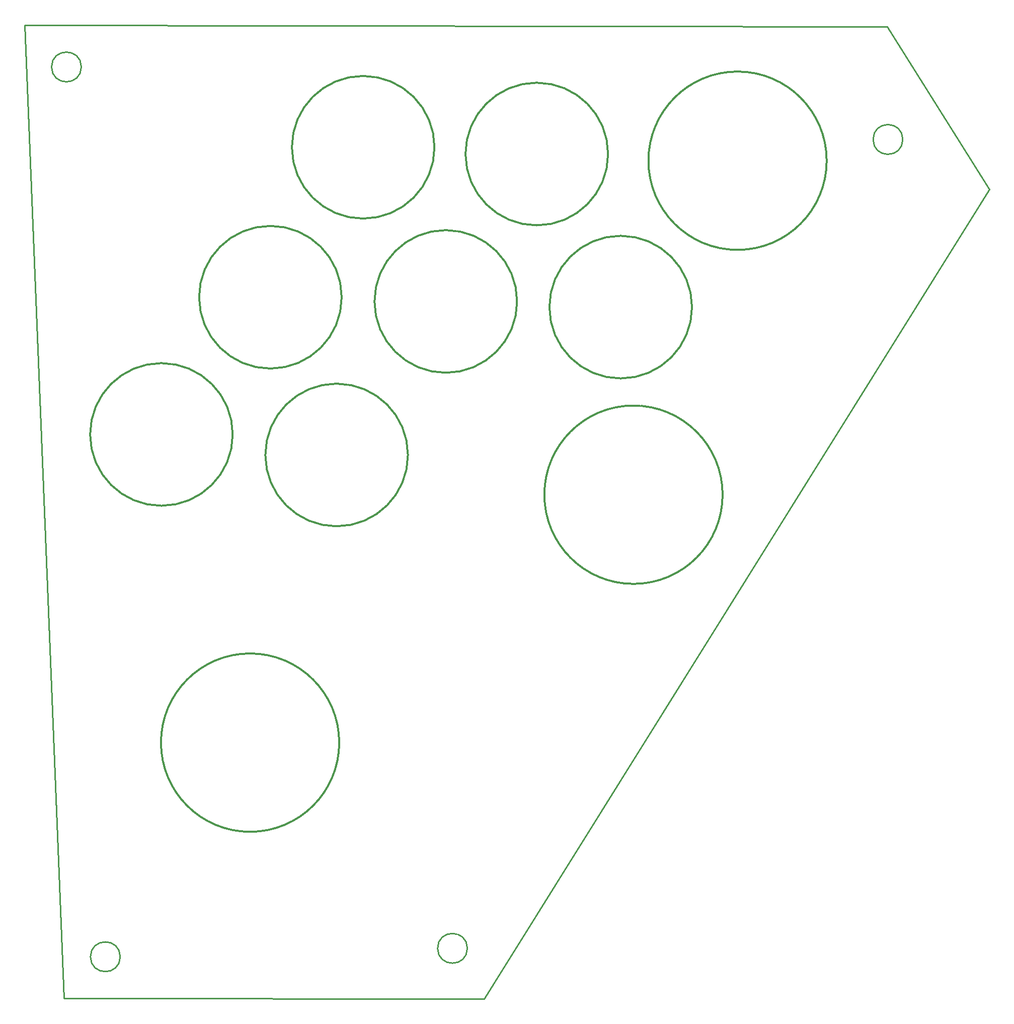
<source format=gm1>
%TF.GenerationSoftware,KiCad,Pcbnew,7.0.10*%
%TF.CreationDate,2024-03-24T11:58:18-04:00*%
%TF.ProjectId,right panel,72696768-7420-4706-916e-656c2e6b6963,rev?*%
%TF.SameCoordinates,Original*%
%TF.FileFunction,Profile,NP*%
%FSLAX46Y46*%
G04 Gerber Fmt 4.6, Leading zero omitted, Abs format (unit mm)*
G04 Created by KiCad (PCBNEW 7.0.10) date 2024-03-24 11:58:18*
%MOMM*%
%LPD*%
G01*
G04 APERTURE LIST*
%TA.AperFunction,Profile*%
%ADD10C,0.250000*%
%TD*%
%TA.AperFunction,Profile*%
%ADD11C,0.350000*%
%TD*%
G04 APERTURE END LIST*
D10*
X65229218Y-20487752D02*
X71754585Y-184130251D01*
D11*
X182615650Y-99438322D02*
G75*
G03*
X152629016Y-99438322I-14993317J0D01*
G01*
X152629016Y-99438322D02*
G75*
G03*
X182615650Y-99438322I14993317J0D01*
G01*
X177465709Y-67885833D02*
G75*
G03*
X153478305Y-67885833I-11993702J0D01*
G01*
X153478305Y-67885833D02*
G75*
G03*
X177465709Y-67885833I11993702J0D01*
G01*
D10*
X212932132Y-39692335D02*
G75*
G03*
X207934096Y-39692335I-2499018J0D01*
G01*
X207934096Y-39692335D02*
G75*
G03*
X212932132Y-39692335I2499018J0D01*
G01*
X142522136Y-184226525D02*
X227506806Y-48046184D01*
D11*
X100192357Y-89300447D02*
G75*
G03*
X76204939Y-89300447I-11993709J0D01*
G01*
X76204939Y-89300447D02*
G75*
G03*
X100192357Y-89300447I11993709J0D01*
G01*
X163347624Y-42139578D02*
G75*
G03*
X139360234Y-42139578I-11993695J0D01*
G01*
X139360234Y-42139578D02*
G75*
G03*
X163347624Y-42139578I11993695J0D01*
G01*
D10*
X74715957Y-27494512D02*
G75*
G03*
X69717921Y-27494512I-2499018J0D01*
G01*
X69717921Y-27494512D02*
G75*
G03*
X74715957Y-27494512I2499018J0D01*
G01*
D11*
X200125797Y-43266101D02*
G75*
G03*
X170139183Y-43266101I-14993307J0D01*
G01*
X170139183Y-43266101D02*
G75*
G03*
X200125797Y-43266101I14993307J0D01*
G01*
D10*
X227506806Y-48046184D02*
X210276590Y-20685084D01*
D11*
X129673499Y-92753037D02*
G75*
G03*
X105686073Y-92753037I-11993713J0D01*
G01*
X105686073Y-92753037D02*
G75*
G03*
X129673499Y-92753037I11993713J0D01*
G01*
X148037255Y-66933453D02*
G75*
G03*
X124049829Y-66933453I-11993713J0D01*
G01*
X124049829Y-66933453D02*
G75*
G03*
X148037255Y-66933453I11993713J0D01*
G01*
D10*
X210276590Y-20685084D02*
X65229218Y-20487752D01*
D11*
X118528893Y-66225188D02*
G75*
G03*
X94541487Y-66225188I-11993703J0D01*
G01*
X94541487Y-66225188D02*
G75*
G03*
X118528893Y-66225188I11993703J0D01*
G01*
X118113109Y-141131400D02*
G75*
G03*
X88126483Y-141131400I-14993313J0D01*
G01*
X88126483Y-141131400D02*
G75*
G03*
X118113109Y-141131400I14993313J0D01*
G01*
D10*
X139664234Y-175719893D02*
G75*
G03*
X134666202Y-175719893I-2499016J0D01*
G01*
X134666202Y-175719893D02*
G75*
G03*
X139664234Y-175719893I2499016J0D01*
G01*
X81260346Y-177142521D02*
G75*
G03*
X76262326Y-177142521I-2499010J0D01*
G01*
X76262326Y-177142521D02*
G75*
G03*
X81260346Y-177142521I2499010J0D01*
G01*
X71754585Y-184130251D02*
X142522136Y-184226525D01*
D11*
X134136200Y-41004161D02*
G75*
G03*
X110148772Y-41004161I-11993714J0D01*
G01*
X110148772Y-41004161D02*
G75*
G03*
X134136200Y-41004161I11993714J0D01*
G01*
M02*

</source>
